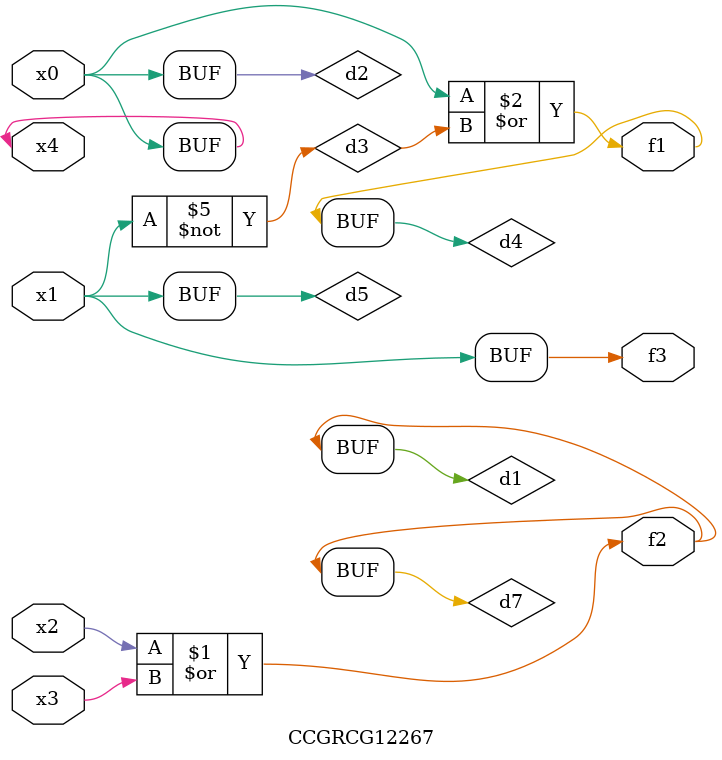
<source format=v>
module CCGRCG12267(
	input x0, x1, x2, x3, x4,
	output f1, f2, f3
);

	wire d1, d2, d3, d4, d5, d6, d7;

	or (d1, x2, x3);
	buf (d2, x0, x4);
	not (d3, x1);
	or (d4, d2, d3);
	not (d5, d3);
	nand (d6, d1, d3);
	or (d7, d1);
	assign f1 = d4;
	assign f2 = d7;
	assign f3 = d5;
endmodule

</source>
